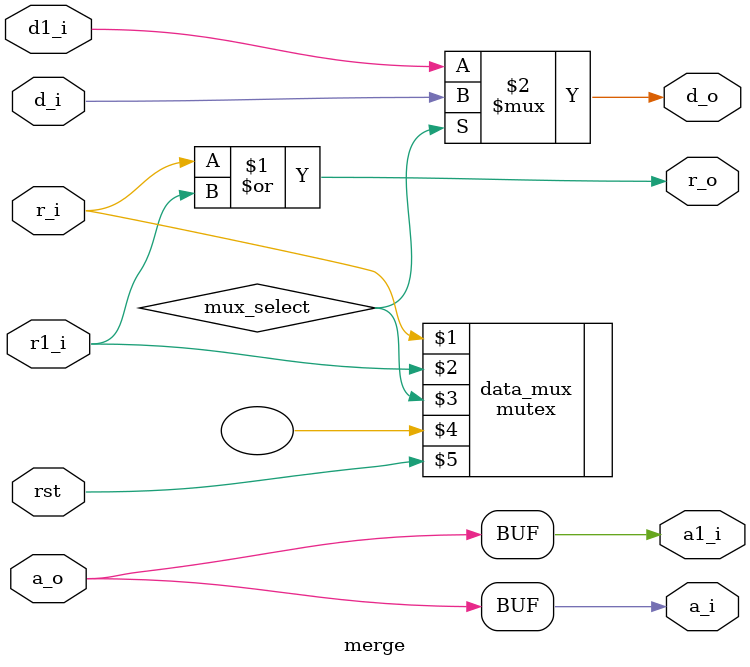
<source format=sv>
`ifndef __merge

`include "../common/mutex.sv"

(* keep_hierarchy *)
module merge #(
    parameter N = 32'b1
  ) (
  input r_i,
  output a_i,
  input [N-1:0] d_i,

  input r1_i,
  output a1_i,
  input [N-1:0] d1_i,

  output r_o,
  input a_o,
  output [N-1:0] d_o,

  input rst);

  assign r_o = r_i | r1_i;

  assign a_i = a_o;
  assign a1_i = a_o;

  wire mux_select;

  mutex data_mux (
    r_i, r1_i,
    mux_select,,
    rst
    );

  assign d_o = mux_select ? d_i : d1_i;

endmodule

`define __merge
`endif

</source>
